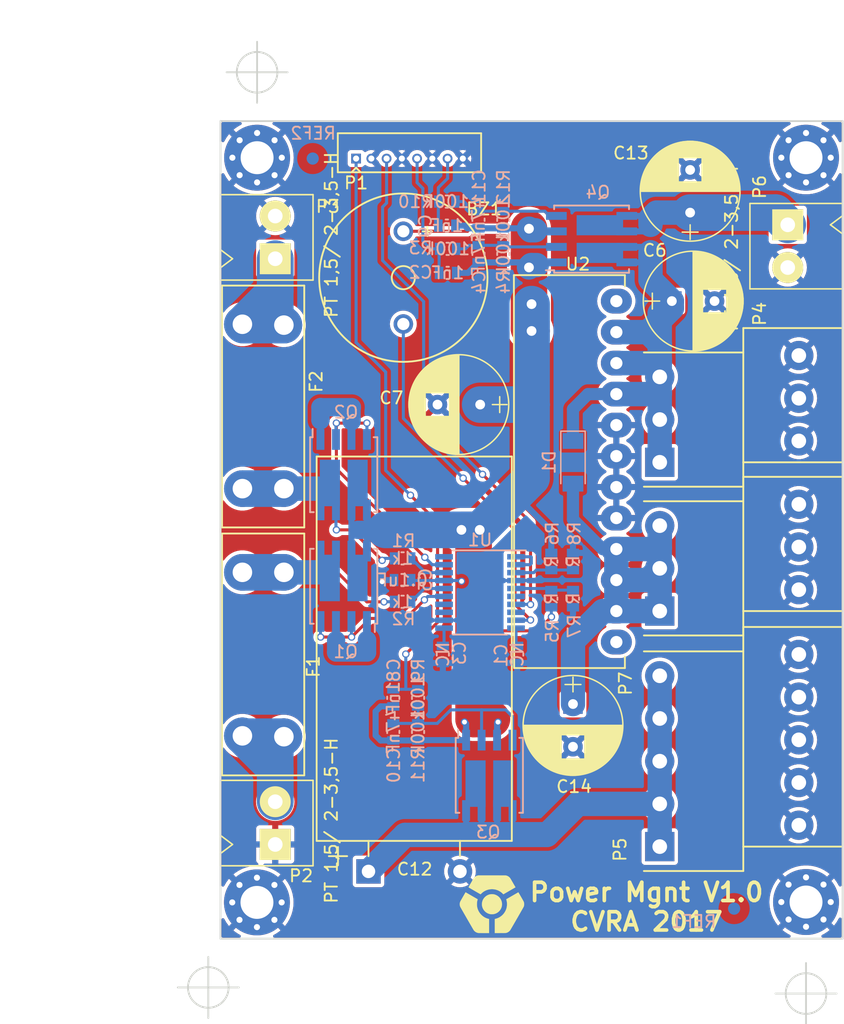
<source format=kicad_pcb>
(kicad_pcb (version 20221018) (generator pcbnew)
  (title_block (title "Robot power management") (date "2017-03-05") (rev "1.0") (company "CVRA - Club Vaudois de Robotique Autonome"))
  (layers (0 "F.Cu" signal) (31 "B.Cu" signal) (34 "B.Paste" user) (35 "F.Paste" user) (36 "B.SilkS" user "B.Silkscreen") (37 "F.SilkS" user "F.Silkscreen") (38 "B.Mask" user) (39 "F.Mask" user) (44 "Edge.Cuts" user))
  (net 0 "")
  (net 1 "VCC")
  (net 2 "Net-(BZ1-Pad2)")
  (net 3 "GND")
  (net 4 "Net-(C1-Pad1)")
  (net 5 "/~{CMD_ON}")
  (net 6 "Net-(C3-Pad1)")
  (net 7 "Net-(C4-Pad2)")
  (net 8 "VCOM")
  (net 9 "/~{PWR_ON}")
  (net 10 "/~{PC_ON}")
  (net 11 "Net-(C10-Pad2)")
  (net 12 "Net-(C11-Pad2)")
  (net 13 "Net-(C12-Pad1)")
  (net 14 "Net-(C13-Pad1)")
  (net 15 "+5V")
  (net 16 "Net-(F1-Pad1)")
  (net 17 "Net-(F1-Pad2)")
  (net 18 "Net-(F2-Pad1)")
  (net 19 "Net-(F2-Pad2)")
  (net 20 "/~{GLOBAL_ON}")
  (net 21 "Net-(Q1-Pad1)")
  (net 22 "Net-(Q1-Pad2)")
  (net 23 "Net-(Q2-Pad1)")
  (net 24 "Net-(Q2-Pad2)")
  (net 25 "Net-(R1-Pad1)")
  (net 26 "Net-(R2-Pad1)")
  (net 27 "Net-(R5-Pad2)")
  (net 28 "Net-(R6-Pad2)")
  (net 29 "Net-(U1-Pad1)")
  (net 30 "Net-(U1-Pad6)")
  (net 31 "Net-(U1-Pad8)")
  (net 32 "Net-(U1-Pad13)")
  (net 33 "Net-(U1-Pad14)")
  (net 34 "Net-(U1-Pad20)")
  (net 35 "Net-(U2-Pad1)")
  (net 36 "Net-(U2-Pad12)")
  (footprint "_div:_Buzzer_PUIAudio_AI-1433-TWT-R" (layer "F.Cu") (at 169.988 89.78 -90)
    (fp_text reference "BZ1")
    (fp_text value "Buzzer")
  )
  (footprint "Capacitors_ThroughHole:CP_Radial_D8.0mm_P3.50mm" (layer "F.Cu") (at 192 95.5)
    (fp_text reference "C6")
    (fp_text value "100uF")
  )
  (footprint "Capacitors_ThroughHole:CP_Radial_D8.0mm_P3.50mm" (layer "F.Cu") (at 176.288 103.983 180)
    (fp_text reference "C7")
    (fp_text value "100uF")
  )
  (footprint "_div:CP_Radial_L31.50D16.00P7.50_H" (layer "F.Cu") (at 167.132 142.24 90)
    (fp_text reference "C12")
    (fp_text value "3.3mF")
  )
  (footprint "Capacitors_ThroughHole:CP_Radial_D8.0mm_P3.50mm" (layer "F.Cu") (at 193.5 88.25 90)
    (fp_text reference "C13")
    (fp_text value "100uF")
  )
  (footprint "Capacitors_ThroughHole:CP_Radial_D8.0mm_P3.50mm" (layer "F.Cu") (at 183.896 128.524 -90)
    (fp_text reference "C14")
    (fp_text value "100uF")
  )
  (footprint "_div:FuseHolder-Keystone-3557-2" (layer "F.Cu") (at 158.496 124.46 -90)
    (fp_text reference "F1")
    (fp_text value "20A")
  )
  (footprint "_div:FuseHolder-Keystone-3557-2" (layer "F.Cu") (at 158.496 104.14 90)
    (fp_text reference "F2")
    (fp_text value "20A")
  )
  (footprint "_connectors:Molex-PicoBlade-8" (layer "F.Cu") (at 166.116 83.82)
    (fp_text reference "P1")
    (fp_text value "Picoblade" hide)
  )
  (footprint "cvra:Bornier_2p_3.5H" (layer "F.Cu") (at 159.488 138.28 90)
    (fp_text reference "P2")
    (fp_text value "PT 1,5/ 2-3,5-H")
  )
  (footprint "cvra:Bornier_2p_3.5H" (layer "F.Cu") (at 159.488 90.28 90)
    (fp_text reference "P3")
    (fp_text value "PT 1,5/ 2-3,5-H")
  )
  (footprint "_connectors:_Pheonix_MKKDS-1-3-3.5mm" (layer "F.Cu") (at 191.008 108.712 90)
    (fp_text reference "P4")
    (fp_text value "MKKDS 1/ 3-3,5")
  )
  (footprint "_connectors:_Pheonix_MKKDS-1-5-3.5mm" (layer "F.Cu") (at 191.008 140.208 90)
    (fp_text reference "P5")
    (fp_text value "MKKDS 1/ 5-3,5")
  )
  (footprint "cvra:Bornier_2p_3.5H" (layer "F.Cu") (at 201.5 91 -90)
    (fp_text reference "P6")
    (fp_text value "PT 1,5/ 2-3,5-H")
  )
  (footprint "_connectors:_Pheonix_MKKDS-1-3-3.5mm" (layer "F.Cu") (at 191.008 120.904 90)
    (fp_text reference "P7")
    (fp_text value "MKKDS 1/ 3-3,5")
  )
  (footprint "_div:DCDC-Conv_Recom_R-5xxxPA" (layer "F.Cu") (at 187.452 95.504 -90)
    (fp_text reference "U2")
    (fp_text value "R-555.0PA")
  )
  (footprint "Mounting_Holes:MountingHole_2.7mm_M2.5_Pad_Via" (layer "F.Cu") (at 203 83.75)
    (fp_text reference "MEC1" hide)
    (fp_text value "D2.7")
  )
  (footprint "Mounting_Holes:MountingHole_2.7mm_M2.5_Pad_Via" (layer "F.Cu") (at 157.988 144.78)
    (fp_text reference "MEC2" hide)
    (fp_text value "D2.7")
  )
  (footprint "Mounting_Holes:MountingHole_2.7mm_M2.5_Pad_Via" (layer "F.Cu") (at 203 144.75)
    (fp_text reference "MEC3" hide)
    (fp_text value "D2.7")
  )
  (footprint "Mounting_Holes:MountingHole_2.7mm_M2.5_Pad_Via" (layer "F.Cu") (at 158 83.75)
    (fp_text reference "MEC4" hide)
    (fp_text value "D2.7")
  )
  (footprint "Fiducials:Fiducial_1mm_Dia_2.54mm_Outer_CopperBottom" (layer "F.Cu") (at 197.104 145.288)
    (fp_text reference "REF1")
    (fp_text value "REF")
  )
  (footprint "Fiducials:Fiducial_1mm_Dia_2.54mm_Outer_CopperBottom" (layer "F.Cu") (at 162.56 83.82)
    (fp_text reference "REF2")
    (fp_text value "REF")
  )
  (footprint "_logo:CVRA-logo" (layer "F.Cu") (at 177.2532 144.9278)
    (fp_text reference "G***" hide)
    (fp_text value "LOGO" hide)
  )
  (footprint "_std:_0603" (layer "B.Cu") (at 179.324 124.46 -90)
    (fp_text reference "C1")
    (fp_text value "NC")
  )
  (footprint "_std:_0603" (layer "B.Cu") (at 173.621 93.188 180)
    (fp_text reference "C2")
    (fp_text value "1nF")
  )
  (footprint "_std:_0603" (layer "B.Cu") (at 173.228 124.46 -90)
    (fp_text reference "C3")
    (fp_text value "NC")
  )
  (footprint "_std:_0603" (layer "B.Cu") (at 176.149 91.6305 90)
    (fp_text reference "C4")
    (fp_text value "47nF")
  )
  (footprint "_std:_0603" (layer "B.Cu") (at 169.926 118.364 180)
    (fp_text reference "C5")
    (fp_text value "0.1uF")
  )
  (footprint "_std:_0603" (layer "B.Cu") (at 169.164 128.016 90)
    (fp_text reference "C8")
    (fp_text value "1nF")
  )
  (footprint "_std:_0603" (layer "B.Cu") (at 173.5575 89.3145 180)
    (fp_text reference "C9")
    (fp_text value "1nF")
  )
  (footprint "_std:_0603" (layer "B.Cu") (at 169.164 130.81 90)
    (fp_text reference "C10")
    (fp_text value "47nF")
  )
  (footprint "_std:_0603" (layer "B.Cu") (at 176.149 88.8365 90)
    (fp_text reference "C11")
    (fp_text value "47nF")
  )
  (footprint "Diodes_SMD:D_MiniMELF_Standard" (layer "B.Cu") (at 183.896 108.712 -90)
    (fp_text reference "D1")
    (fp_text value "LL103C-GS08")
  )
  (footprint "_std:_0603" (layer "B.Cu") (at 169.926 116.586 180)
    (fp_text reference "R1")
    (fp_text value "1k")
  )
  (footprint "_std:_0603" (layer "B.Cu") (at 169.926 120.142 180)
    (fp_text reference "R2")
    (fp_text value "1k")
  )
  (footprint "_std:_0603" (layer "B.Cu") (at 173.621 91.2195 180)
    (fp_text reference "R3")
    (fp_text value "100k")
  )
  (footprint "_std:_0603" (layer "B.Cu") (at 178.181 91.6305 90)
    (fp_text reference "R4")
    (fp_text value "100k")
  )
  (footprint "_std:_0603" (layer "B.Cu") (at 182.118 119.888 90)
    (fp_text reference "R5")
    (fp_text value "R")
  )
  (footprint "_std:_0603" (layer "B.Cu") (at 182.118 116.84 -90)
    (fp_text reference "R6")
    (fp_text value "R")
  )
  (footprint "_std:_0603" (layer "B.Cu") (at 183.896 119.888 90)
    (fp_text reference "R7")
    (fp_text value "R")
  )
  (footprint "_std:_0603" (layer "B.Cu") (at 183.896 116.84 -90)
    (fp_text reference "R8")
    (fp_text value "R")
  )
  (footprint "_std:_0603" (layer "B.Cu") (at 171.196 128.016 90)
    (fp_text reference "R9")
    (fp_text value "100k")
  )
  (footprint "_std:_0603" (layer "B.Cu") (at 173.5575 87.346 180)
    (fp_text reference "R10")
    (fp_text value "100k")
  )
  (footprint "_std:_0603" (layer "B.Cu") (at 171.196 130.81 90)
    (fp_text reference "R11")
    (fp_text value "100k")
  )
  (footprint "_std:_0603" (layer "B.Cu") (at 178.181 88.8365 90)
    (fp_text reference "R12")
    (fp_text value "100k")
  )
  (footprint "Housings_SSOP:TSSOP-20_4.4x6.5mm_Pitch0.65mm" (layer "B.Cu") (at 176.276 119.38 180)
    (fp_text reference "U1")
    (fp_text value "LTC2952_TSSOP20")
  )
  (footprint "_std:PowerPak-SO8_5.15x6.15mm_Pitch1.27mm" (layer "B.Cu") (at 165.1 118.872 90)
    (fp_text reference "Q1")
    (fp_text value "Si7997DP")
  )
  (footprint "_std:PowerPak-SO8_5.15x6.15mm_Pitch1.27mm" (layer "B.Cu") (at 165.1 109.728 -90)
    (fp_text reference "Q2")
    (fp_text value "Si7997DP")
  )
  (footprint "_std:PowerPak-SO8_5.15x6.15mm_Pitch1.27mm" (layer "B.Cu") (at 177.038 134.366 -90)
    (fp_text reference "Q3")
    (fp_text value "Si7997DP")
  )
  (footprint "_std:PowerPak-SO8_5.15x6.15mm_Pitch1.27mm" (layer "B.Cu") (at 185.42 90.424)
    (fp_text reference "Q4")
    (fp_text value "Si7997DP")
  )
  (gr_line (start 155 80.75) (end 155 147.75) (stroke (width 0.15)) (layer "Edge.Cuts"))
  (gr_line (start 155 147.75) (end 206 147.75) (stroke (width 0.15)) (layer "Edge.Cuts"))
  (gr_line (start 206 80.75) (end 155 80.75) (stroke (width 0.15)) (layer "Edge.Cuts"))
  (gr_line (start 206 147.75) (end 206 80.75) (stroke (width 0.15)) (layer "Edge.Cuts"))
  (gr_text "Power Mgnt V1.0\nCVRA 2017" (at 189.9278 145.1564) (layer "F.SilkS") (effects (font (size 1.5 1.5) (thickness 0.3))))
  (target plus (at 203 152.25) (size 5) (width 0.15) (layer "Edge.Cuts"))
  (target plus (at 158 76.75) (size 5) (width 0.15) (layer "Edge.Cuts"))
  (target plus (at 154 151.75) (size 5) (width 0.15) (layer "Edge.Cuts"))
  (segment (start 176.25 114.25) (end 175.75 114.75) (width 3) (layer "F.Cu") (net 1))
  (segment (start 175.75 114.75) (end 175.75 118.461) (width 3) (layer "F.Cu") (net 1))
  (segment (start 175.75 129.75) (end 177.25 129.75) (width 3) (layer "F.Cu") (net 1))
  (segment (start 175 130) (end 175.25 129.75) (width 0.5) (layer "F.Cu") (net 1))
  (segment (start 175.25 129.75) (end 175.75 129.75) (width 0.5) (layer "F.Cu") (net 1))
  (segment (start 177.75 130) (end 177.5 129.75) (width 0.5) (layer "F.Cu") (net 1))
  (segment (start 177.5 129.75) (end 177.25 129.75) (width 0.5) (layer "F.Cu") (net 1))
  (segment (start 174.764 118.461) (end 175.75 118.461) (width 0.25) (layer "F.Cu") (net 1))
  (segment (start 175.75 118.461) (end 175.75 122.525) (width 3) (layer "F.Cu") (net 1))
  (segment (start 180.2885 97.739) (end 180.5 97.9505) (width 3) (layer "F.Cu") (net 1))
  (segment (start 180.2885 97.739) (end 180.2885 89.5685) (width 3) (layer "F.Cu") (net 1))
  (segment (start 180.5 95.75) (end 180.2885 95.5385) (width 1.5) (layer "F.Cu") (net 1))
  (segment (start 180.2885 95.5385) (end 180.2885 92.7435) (width 1.5) (layer "F.Cu") (net 1))
  (segment (start 182.13 121.382) (end 180.987 122.525) (width 0.25) (layer "F.Cu") (net 1))
  (segment (start 180.987 122.525) (end 175.75 122.525) (width 0.25) (layer "F.Cu") (net 1))
  (segment (start 175.75 122.525) (end 175.7165 122.525) (width 0.25) (layer "F.Cu") (net 1))
  (segment (start 175.7165 122.525) (end 175.75 122.525) (width 0.25) (layer "F.Cu") (net 1))
  (segment (start 175.75 122.525) (end 175.75 129.75) (width 3) (layer "F.Cu") (net 1))
  (segment (start 175.251 89.78) (end 175.4625 89.5685) (width 0.25) (layer "F.Cu") (net 1))
  (segment (start 175.4625 89.5685) (end 180.2885 89.5685) (width 0.25) (layer "F.Cu") (net 1))
  (segment (start 169.988 89.78) (end 175.251 89.78) (width 0.25) (layer "F.Cu") (net 1))
  (segment (start 174.75 114.25) (end 176.25 114.25) (width 3) (layer "F.Cu") (net 1))
  (via (at 180.5 97.9505) (size 1.3) (drill 0.8) (layers "F.Cu" "B.Cu") (net 1))
  (via (at 180.5 95.75) (size 1.3) (drill 0.8) (layers "F.Cu" "B.Cu") (net 1))
  (via (at 180.2885 89.5685) (size 1.3) (drill 0.8) (layers "F.Cu" "B.Cu") (net 1))
  (via (at 174.75 114.25) (size 1.3) (drill 0.8) (layers "F.Cu" "B.Cu") (net 1))
  (via (at 175 130) (size 0.6) (drill 0.4) (layers "F.Cu" "B.Cu") (net 1))
  (via (at 180.2885 92.7435) (size 1.3) (drill 0.8) (layers "F.Cu" "B.Cu") (net 1))
  (via (at 174.764 118.461) (size 0.6) (drill 0.4) (layers "F.Cu" "B.Cu") (net 1))
  (via (at 177.75 130) (size 0.6) (drill 0.4) (layers "F.Cu" "B.Cu") (net 1))
  (via (at 182.13 121.382) (size 0.6) (drill 0.4) (layers "F.Cu" "B.Cu") (net 1))
  (via (at 176.25 114.25) (size 1.3) (drill 0.8) (layers "F.Cu" "B.Cu") (net 1))
  (segment (start 176.25 114.25) (end 179.14825 111.35175) (width 3) (layer "B.Cu") (net 1))
  (segment (start 180.5 110) (end 180.5 103.983) (width 3) (layer "B.Cu") (net 1))
  (segment (start 175.133 130.133) (end 175 130) (width 0.5) (layer "B.Cu") (net 1))
  (segment (start 177.673 130.077) (end 177.75 130) (width 0.5) (layer "B.Cu") (net 1))
  (segment (start 174.75 114.25) (end 176.25 114.25) (width 3) (layer "B.Cu") (net 1))
  (segment (start 170.667 118.405) (end 170.626 118.364) (width 0.25) (layer "B.Cu") (net 1))
  (segment (start 174.708 118.405) (end 174.764 118.461) (width 0.25) (layer "B.Cu") (net 1))
  (segment (start 180.5 103.983) (end 180.352 103.983) (width 3) (layer "B.Cu") (net 1))
  (segment (start 180.352 103.983) (end 180.5 103.983) (width 3) (layer "B.Cu") (net 1))
  (segment (start 180.5 103.983) (end 180.5 97.9505) (width 3) (layer "B.Cu") (net 1))
  (segment (start 180.5 97.9505) (end 180.5 95.75) (width 3) (layer "B.Cu") (net 1))
  (segment (start 180.2885 89.5685) (end 180.4155 89.6955) (width 2) (layer "B.Cu") (net 1))
  (segment (start 180.4155 89.6955) (end 180.7965 89.6955) (width 2) (layer "B.Cu") (net 1))
  (segment (start 180.7965 89.6955) (end 180.89 89.789) (width 0.5) (layer "B.Cu") (net 1))
  (segment (start 182.535 89.789) (end 180.89 89.789) (width 0.5) (layer "B.Cu") (net 1))
  (segment (start 180.2885 92.7435) (end 180.479 92.553) (width 2) (layer "B.Cu") (net 1))
  (segment (start 180.479 92.553) (end 180.9235 92.553) (width 2) (layer "B.Cu") (net 1))
  (segment (start 180.9235 92.553) (end 181.1475 92.329) (width 0.5) (layer "B.Cu") (net 1))
  (segment (start 181.1475 92.329) (end 182.535 92.329) (width 0.5) (layer "B.Cu") (net 1))
  (segment (start 180.2565 89.5365) (end 180.2885 89.5685) (width 0.25) (layer "B.Cu") (net 1))
  (segment (start 179.8755 92.3305) (end 180.2885 92.7435) (width 0.25) (layer "B.Cu") (net 1))
  (segment (start 179.8755 92.3305) (end 180.2885 92.7435) (width 0.5) (layer "B.Cu") (net 1))
  (segment (start 175.2915 93.188) (end 176.149 92.3305) (width 0.5) (layer "B.Cu") (net 1))
  (segment (start 180.2565 89.5365) (end 180.2885 89.5685) (width 0.5) (layer "B.Cu") (net 1))
  (segment (start 175.018 89.3145) (end 175.24 89.5365) (width 0.5) (layer "B.Cu") (net 1))
  (segment (start 175.24 89.5365) (end 176.149 89.5365) (width 0.5) (layer "B.Cu") (net 1))
  (segment (start 171.196 131.51) (end 171.225 131.481) (width 0.5) (layer "B.Cu") (net 1))
  (segment (start 171.225 131.481) (end 175.133 131.481) (width 0.5) (layer "B.Cu") (net 1))
  (segment (start 168.128 131.51) (end 167.7155 131.0975) (width 0.5) (layer "B.Cu") (net 1))
  (segment (start 167.7155 131.0975) (end 167.7155 129.129) (width 0.5) (layer "B.Cu") (net 1))
  (segment (start 167.7155 129.129) (end 168.1285 128.716) (width 0.5) (layer "B.Cu") (net 1))
  (segment (start 168.1285 128.716) (end 169.164 128.716) (width 0.5) (layer "B.Cu") (net 1))
  (segment (start 182.118 114.3215) (end 179.14825 111.35175) (width 0.5) (layer "B.Cu") (net 1))
  (segment (start 179.14825 111.35175) (end 180.5 110) (width 3) (layer "B.Cu") (net 1))
  (segment (start 182.118 121.37) (end 182.13 121.382) (width 0.25) (layer "B.Cu") (net 1))
  (segment (start 167.005 112.613) (end 167.005 115.987) (width 0.5) (layer "B.Cu") (net 1))
  (segment (start 176.149 89.5365) (end 178.181 89.5365) (width 0.5) (layer "B.Cu") (net 1))
  (segment (start 174.2575 89.3145) (end 175.018 89.3145) (width 0.5) (layer "B.Cu") (net 1))
  (segment (start 169.164 131.51) (end 168.128 131.51) (width 0.5) (layer "B.Cu") (net 1))
  (segment (start 182.118 120.588) (end 182.118 121.37) (width 0.25) (layer "B.Cu") (net 1))
  (segment (start 173.326 118.405) (end 170.667 118.405) (width 0.25) (layer "B.Cu") (net 1))
  (segment (start 182.118 116.14) (end 182.118 114.3215) (width 0.5) (layer "B.Cu") (net 1))
  (segment (start 176.288 103.983) (end 180.5 103.983) (width 3) (layer "B.Cu") (net 1))
  (segment (start 178.181 92.3305) (end 179.8755 92.3305) (width 0.5) (layer "B.Cu") (net 1))
  (segment (start 177.673 130.077) (end 177.673 131.481) (width 0.5) (layer "B.Cu") (net 1))
  (segment (start 173.326 118.405) (end 174.708 118.405) (width 0.25) (layer "B.Cu") (net 1))
  (segment (start 165.735 112.613) (end 165.735 115.987) (width 0.5) (layer "B.Cu") (net 1))
  (segment (start 169.164 131.51) (end 171.196 131.51) (width 0.5) (layer "B.Cu") (net 1))
  (segment (start 178.181 89.5365) (end 180.2565 89.5365) (width 0.5) (layer "B.Cu") (net 1))
  (segment (start 176.149 92.3305) (end 178.181 92.3305) (width 0.5) (layer "B.Cu") (net 1))
  (segment (start 166.25 114.25) (end 168.5 114.25) (width 1.5) (layer "B.Cu") (net 1))
  (segment (start 174.321 93.188) (end 175.2915 93.188) (width 0.5) (layer "B.Cu") (net 1))
  (segment (start 168.5 114.25) (end 174.75 114.25) (width 3) (layer "B.Cu") (net 1))
  (segment (start 175.133 131.481) (end 175.133 130.133) (width 0.5) (layer "B.Cu") (net 1))
  (segment (start 180.4155 121.636) (end 179.1455 120.366) (width 0.25) (layer "F.Cu") (net 2))
  (segment (start 179.1455 120.366) (end 179.1455 114.27) (width 0.25) (layer "F.Cu") (net 2))
  (segment (start 179.1455 114.27) (end 174.891 110.0155) (width 0.25) (layer "F.Cu") (net 2))
  (via (at 174.891 110.0155) (size 0.6) (drill 0.4) (layers "F.Cu" "B.Cu") (net 2))
  (via (at 180.4155 121.636) (size 0.6) (drill 0.4) (layers "F.Cu" "B.Cu") (net 2))
  (segment (start 180.3965 121.655) (end 180.4155 121.636) (width 0.25) (layer "B.Cu") (net 2))
  (segment (start 174.891 110.0155) (end 169.988 105.1125) (width 0.25) (layer "B.Cu") (net 2))
  (segment (start 169.988 105.1125) (end 169.988 97.38) (width 0.25) (layer "B.Cu") (net 2))
  (segment (start 179.226 121.655) (end 180.3965 121.655) (width 0.25) (layer "B.Cu") (net 2))
  (via (at 168.25 118.5) (size 0.6) (drill 0.4) (layers "F.Cu" "B.Cu") (net 3))
  (segment (start 168.386 118.364) (end 168.25 118.5) (width 0.25) (layer "B.Cu") (net 3))
  (segment (start 172.1541 121.655) (end 172.1604 121.6487) (width 0.25) (layer "B.Cu") (net 3))
  (segment (start 172.1604 121.6487) (end 172.1605 121.6487) (width 0.25) (layer "B.Cu") (net 3))
  (segment (start 180.5096 118.405) (end 180.5171 118.3975) (width 0.25) (layer "B.Cu") (net 3))
  (segment (start 179.226 118.405) (end 180.5096 118.405) (width 0.25) (layer "B.Cu") (net 3))
  (segment (start 169.226 118.364) (end 168.386 118.364) (width 0.25) (layer "B.Cu") (net 3))
  (segment (start 173.326 121.655) (end 172.1541 121.655) (width 0.25) (layer "B.Cu") (net 3))
  (segment (start 179.226 123.662) (end 179.324 123.76) (width 0.25) (layer "B.Cu") (net 4))
  (segment (start 179.226 122.305) (end 179.226 123.662) (width 0.25) (layer "B.Cu") (net 4))
  (segment (start 172.224 91.2195) (end 171.589 90.5845) (width 0.25) (layer "B.Cu") (net 5))
  (segment (start 171.589 90.5845) (end 171.589 86.2665) (width 0.25) (layer "B.Cu") (net 5))
  (segment (start 171.589 86.2665) (end 171.116 85.7935) (width 0.25) (layer "B.Cu") (net 5))
  (segment (start 171.116 85.7935) (end 171.116 83.82) (width 0.25) (layer "B.Cu") (net 5))
  (segment (start 172.921 93.188) (end 172.921 91.2195) (width 0.25) (layer "B.Cu") (net 5))
  (segment (start 172.921 91.2195) (end 172.224 91.2195) (width 0.25) (layer "B.Cu") (net 5))
  (segment (start 173.326 123.662) (end 173.228 123.76) (width 0.25) (layer "B.Cu") (net 6))
  (segment (start 173.326 122.305) (end 173.326 123.662) (width 0.25) (layer "B.Cu") (net 6))
  (segment (start 178.3095 91.059) (end 178.181 90.9305) (width 0.25) (layer "B.Cu") (net 7))
  (segment (start 175.3705 90.9305) (end 175.0815 91.2195) (width 0.25) (layer "B.Cu") (net 7))
  (segment (start 175.0815 91.2195) (end 174.321 91.2195) (width 0.25) (layer "B.Cu") (net 7))
  (segment (start 176.149 90.9305) (end 175.3705 90.9305) (width 0.25) (layer "B.Cu") (net 7))
  (segment (start 178.181 90.9305) (end 176.149 90.9305) (width 0.25) (layer "B.Cu") (net 7))
  (segment (start 182.535 91.059) (end 178.3095 91.059) (width 0.25) (layer "B.Cu") (net 7))
  (segment (start 190.044 98.044) (end 191.008 99.008) (width 2) (layer "B.Cu") (net 8))
  (segment (start 191.008 99.008) (end 191.008 100.25) (width 2) (layer "B.Cu") (net 8))
  (segment (start 191.008 103.124) (end 191 103.116) (width 2) (layer "B.Cu") (net 8))
  (segment (start 191 103.116) (end 191 103) (width 2) (layer "B.Cu") (net 8))
  (segment (start 191 103) (end 191.008 103) (width 2) (layer "B.Cu") (net 8))
  (segment (start 191.008 103) (end 191.008 105.212) (width 2) (layer "B.Cu") (net 8))
  (segment (start 191.008 100.584) (end 191 100.576) (width 2) (layer "B.Cu") (net 8))
  (segment (start 191 100.576) (end 191 100.25) (width 2) (layer "B.Cu") (net 8))
  (segment (start 191 100.25) (end 191.008 100.25) (width 2) (layer "B.Cu") (net 8))
  (segment (start 191.008 100.25) (end 191.008 101.712) (width 2) (layer "B.Cu") (net 8))
  (segment (start 190.25 92.75) (end 190.25 91.5) (width 2) (layer "B.Cu") (net 8))
  (segment (start 189.809 91.059) (end 190.25 91.5) (width 0.5) (layer "B.Cu") (net 8))
  (segment (start 189.829 92.329) (end 190.25 92.75) (width 0.5) (layer "B.Cu") (net 8))
  (segment (start 190.25 93.75) (end 192 95.5) (width 2) (layer "B.Cu") (net 8))
  (segment (start 192 96.088) (end 190.044 98.044) (width 2) (layer "B.Cu") (net 8))
  (segment (start 191.008 96.492) (end 192 95.5) (width 2) (layer "B.Cu") (net 8))
  (segment (start 183.896 104.354) (end 185.126 103.124) (width 1) (layer "B.Cu") (net 8))
  (segment (start 185.126 103.124) (end 187.452 103.124) (width 1) (layer "B.Cu") (net 8))
  (segment (start 188.305 91.059) (end 189.809 91.059) (width 0.5) (layer "B.Cu") (net 8))
  (segment (start 191.008 99.008) (end 191.008 96.492) (width 2) (layer "B.Cu") (net 8))
  (segment (start 188.305 92.329) (end 189.829 92.329) (width 0.5) (layer "B.Cu") (net 8))
  (segment (start 191.008 105.212) (end 191.008 108.712) (width 2) (layer "B.Cu") (net 8))
  (segment (start 192 95.5) (end 192 96.088) (width 2) (layer "B.Cu") (net 8))
  (segment (start 183.896 106.962) (end 183.896 104.354) (width 1) (layer "B.Cu") (net 8))
  (segment (start 190.25 92.75) (end 190.25 93.75) (width 2) (layer "B.Cu") (net 8))
  (segment (start 187.452 103.124) (end 191.008 103.124) (width 2) (layer "B.Cu") (net 8))
  (segment (start 187.452 98.044) (end 190.044 98.044) (width 2) (layer "B.Cu") (net 8))
  (segment (start 187.452 100.584) (end 191.008 100.584) (width 2) (layer "B.Cu") (net 8))
  (segment (start 191.008 101.712) (end 191.008 103) (width 2) (layer "B.Cu") (net 8))
  (segment (start 170.573 111.4125) (end 172.7955 113.635) (width 0.25) (layer "F.Cu") (net 9))
  (segment (start 172.7955 113.635) (end 172.7955 121.8265) (width 0.25) (layer "F.Cu") (net 9))
  (segment (start 172.7955 121.8265) (end 170.192 124.43) (width 0.25) (layer "F.Cu") (net 9))
  (via (at 170.192 124.43) (size 0.6) (drill 0.4) (layers "F.Cu" "B.Cu") (net 9))
  (via (at 170.573 111.4125) (size 0.6) (drill 0.4) (layers "F.Cu" "B.Cu") (net 9))
  (segment (start 166.116 98.891) (end 168.541 101.316) (width 0.25) (layer "B.Cu") (net 9))
  (segment (start 168.541 101.316) (end 168.541 109.3805) (width 0.25) (layer "B.Cu") (net 9))
  (segment (start 168.541 109.3805) (end 170.573 111.4125) (width 0.25) (layer "B.Cu") (net 9))
  (segment (start 170.192 124.43) (end 170.192 127.316) (width 0.25) (layer "B.Cu") (net 9))
  (segment (start 170.192 127.316) (end 170.192 127.2875) (width 0.25) (layer "B.Cu") (net 9))
  (segment (start 170.192 127.2875) (end 170.192 127.316) (width 0.25) (layer "B.Cu") (net 9))
  (segment (start 170.192 127.316) (end 171.196 127.316) (width 0.25) (layer "B.Cu") (net 9))
  (segment (start 169.164 127.316) (end 170.192 127.316) (width 0.25) (layer "B.Cu") (net 9))
  (segment (start 166.116 83.82) (end 166.116 98.891) (width 0.25) (layer "B.Cu") (net 9))
  (segment (start 172.8575 86.2045) (end 173.616 85.446) (width 0.25) (layer "B.Cu") (net 10))
  (segment (start 173.616 85.446) (end 173.616 83.82) (width 0.25) (layer "B.Cu") (net 10))
  (segment (start 172.8575 87.346) (end 172.8575 86.2045) (width 0.25) (layer "B.Cu") (net 10))
  (segment (start 172.8575 89.3145) (end 172.8575 87.346) (width 0.25) (layer "B.Cu") (net 10))
  (segment (start 171.196 130.11) (end 169.164 130.11) (width 0.25) (layer "B.Cu") (net 11))
  (segment (start 172.767 130.11) (end 173.875 129.002) (width 0.25) (layer "B.Cu") (net 11))
  (segment (start 173.875 129.002) (end 176.415 129.002) (width 0.25) (layer "B.Cu") (net 11))
  (segment (start 178.3835 129.002) (end 178.943 129.5615) (width 0.25) (layer "B.Cu") (net 11))
  (segment (start 178.943 129.5615) (end 178.943 131.481) (width 0.25) (layer "B.Cu") (net 11))
  (segment (start 176.403 129.002) (end 176.415 129.002) (width 0.25) (layer "B.Cu") (net 11))
  (segment (start 176.415 129.002) (end 178.3835 129.002) (width 0.25) (layer "B.Cu") (net 11))
  (segment (start 171.196 130.11) (end 172.767 130.11) (width 0.25) (layer "B.Cu") (net 11))
  (segment (start 176.403 131.481) (end 176.403 129.002) (width 0.25) (layer "B.Cu") (net 11))
  (segment (start 171.196 128.716) (end 171.196 130.11) (width 0.25) (layer "B.Cu") (net 11))
  (segment (start 181.9695 88.519) (end 181.587 88.1365) (width 0.25) (layer "B.Cu") (net 12))
  (segment (start 181.587 88.1365) (end 178.181 88.1365) (width 0.25) (layer "B.Cu") (net 12))
  (segment (start 175.3005 88.1365) (end 175.145 87.981) (width 0.25) (layer "B.Cu") (net 12))
  (segment (start 175.145 87.981) (end 175.145 87.5365) (width 0.25) (layer "B.Cu") (net 12))
  (segment (start 175.145 87.5365) (end 174.9545 87.346) (width 0.25) (layer "B.Cu") (net 12))
  (segment (start 174.9545 87.346) (end 174.2575 87.346) (width 0.25) (layer "B.Cu") (net 12))
  (segment (start 182.535 88.519) (end 181.9695 88.519) (width 0.25) (layer "B.Cu") (net 12))
  (segment (start 176.149 88.1365) (end 175.3005 88.1365) (width 0.25) (layer "B.Cu") (net 12))
  (segment (start 178.181 88.1365) (end 176.149 88.1365) (width 0.25) (layer "B.Cu") (net 12))
  (segment (start 175.133 139.133) (end 175.25 139.25) (width 0.5) (layer "B.Cu") (net 13))
  (segment (start 175.25 139.25) (end 176.5 139.25) (width 0.5) (layer "B.Cu") (net 13))
  (segment (start 176.5 139.25) (end 176.403 139.153) (width 0.5) (layer "B.Cu") (net 13))
  (segment (start 176.403 139.153) (end 176.403 137.251) (width 0.5) (layer "B.Cu") (net 13))
  (segment (start 177.673 139.173) (end 177.596 139.25) (width 0.5) (layer "B.Cu") (net 13))
  (segment (start 177.596 139.25) (end 177.25 139.25) (width 0.5) (layer "B.Cu") (net 13))
  (segment (start 178.943 139.193) (end 178.886 139.25) (width 0.5) (layer "B.Cu") (net 13))
  (segment (start 178.886 139.25) (end 177.25 139.25) (width 0.5) (layer "B.Cu") (net 13))
  (segment (start 177.25 139.25) (end 176.5 139.25) (width 0.5) (layer "B.Cu") (net 13))
  (segment (start 184.292 136.708) (end 181.807 139.193) (width 2) (layer "B.Cu") (net 13))
  (segment (start 181.807 139.193) (end 175.307 139.193) (width 2) (layer "B.Cu") (net 13))
  (segment (start 175.307 139.193) (end 175.25 139.25) (width 2) (layer "B.Cu") (net 13))
  (segment (start 170.122 139.25) (end 167.132 142.24) (width 2) (layer "B.Cu") (net 13))
  (segment (start 174.5 139.25) (end 170.122 139.25) (width 2) (layer "B.Cu") (net 13))
  (segment (start 181.75 139.25) (end 181.807 139.193) (width 2) (layer "B.Cu") (net 13))
  (segment (start 177.673 137.251) (end 177.673 139.173) (width 0.5) (layer "B.Cu") (net 13))
  (segment (start 175.133 137.251) (end 175.133 139.133) (width 0.5) (layer "B.Cu") (net 13))
  (segment (start 191.008 126.208) (end 191.008 129.708) (width 2) (layer "B.Cu") (net 13))
  (segment (start 191.008 136.708) (end 191.008 140.208) (width 2) (layer "B.Cu") (net 13))
  (segment (start 178.943 137.251) (end 178.943 139.193) (width 0.5) (layer "B.Cu") (net 13))
  (segment (start 175.25 139.25) (end 174.5 139.25) (width 2) (layer "B.Cu") (net 13))
  (segment (start 191.008 133.208) (end 191.008 136.708) (width 2) (layer "B.Cu") (net 13))
  (segment (start 191.008 136.708) (end 184.292 136.708) (width 2) (layer "B.Cu") (net 13))
  (segment (start 191.008 129.708) (end 191.008 133.208) (width 2) (layer "B.Cu") (net 13))
  (segment (start 174.5 139.25) (end 181.75 139.25) (width 2) (layer "B.Cu") (net 13))
  (segment (start 190.25 88.75) (end 190.75 88.25) (width 2) (layer "B.Cu") (net 14))
  (segment (start 190.25 88.75) (end 190.25 89.25) (width 2) (layer "B.Cu") (net 14))
  (segment (start 190.019 88.519) (end 190.288 88.25) (width 0.5) (layer "B.Cu") (net 14))
  (segment (start 190.288 88.25) (end 190.75 88.25) (width 0.5) (layer "B.Cu") (net 14))
  (segment (start 189.711 89.789) (end 190.25 89.25) (width 0.5) (layer "B.Cu") (net 14))
  (segment (start 200.50006 88.25) (end 201.5 89.24994) (width 3) (layer "B.Cu") (net 14))
  (segment (start 188.305 89.789) (end 189.711 89.789) (width 0.5) (layer "B.Cu") (net 14))
  (segment (start 193.5 88.25) (end 190.75 88.25) (width 2) (layer "B.Cu") (net 14))
  (segment (start 193.5 88.25) (end 200.50006 88.25) (width 3) (layer "B.Cu") (net 14))
  (segment (start 188.305 88.519) (end 190.019 88.519) (width 0.5) (layer "B.Cu") (net 14))
  (segment (start 191.008 115.742) (end 191 115.75) (width 2) (layer "B.Cu") (net 15))
  (segment (start 190.926 115.824) (end 191.008 115.742) (width 2) (layer "B.Cu") (net 15))
  (segment (start 183.896 123.354) (end 186.346 120.904) (width 2) (layer "B.Cu") (net 15))
  (segment (start 186.346 120.904) (end 187.452 120.904) (width 2) (layer "B.Cu") (net 15))
  (segment (start 190.048 118.364) (end 191.008 117.404) (width 2) (layer "B.Cu") (net 15))
  (segment (start 186.324 115.824) (end 183.896 113.396) (width 1) (layer "B.Cu") (net 15))
  (segment (start 183.896 113.396) (end 183.896 110.462) (width 1) (layer "B.Cu") (net 15))
  (segment (start 191.008 117.404) (end 191.008 113.904) (width 2) (layer "B.Cu") (net 15))
  (segment (start 187.452 115.824) (end 190.926 115.824) (width 2) (layer "B.Cu") (net 15))
  (segment (start 191.008 113.904) (end 191.008 115.742) (width 2) (layer "B.Cu") (net 15))
  (segment (start 191.008 117.404) (end 191.008 120.904) (width 2) (layer "B.Cu") (net 15))
  (segment (start 187.452 115.824) (end 186.324 115.824) (width 1) (layer "B.Cu") (net 15))
  (segment (start 187.452 118.364) (end 190.048 118.364) (width 2) (layer "B.Cu") (net 15))
  (segment (start 187.452 120.904) (end 187.452 118.364) (width 2) (layer "B.Cu") (net 15))
  (segment (start 191.008 120.904) (end 187.452 120.904) (width 2) (layer "B.Cu") (net 15))
  (segment (start 187.452 118.364) (end 187.452 115.824) (width 2) (layer "B.Cu") (net 15))
  (segment (start 183.896 128.524) (end 183.896 123.354) (width 2) (layer "B.Cu") (net 15))
  (segment (start 168.4 120.15) (end 167 120.15) (width 0.25) (layer "F.Cu") (net 16))
  (segment (start 167 120.15) (end 164.58 117.73) (width 0.25) (layer "F.Cu") (net 16))
  (segment (start 164.58 117.73) (end 160.196 117.73) (width 0.25) (layer "F.Cu") (net 16))
  (via (at 168.4 120.15) (size 0.6) (drill 0.4) (layers "F.Cu" "B.Cu") (net 16))
  (segment (start 163.498 117.73) (end 163.96 118.192) (width 1.5) (layer "B.Cu") (net 16))
  (segment (start 163.195 117.427) (end 163.96 118.192) (width 0.5) (layer "B.Cu") (net 16))
  (segment (start 164.465 117.687) (end 163.96 118.192) (width 0.5) (layer "B.Cu") (net 16))
  (segment (start 163 117.73) (end 163.498 117.73) (width 1.5) (layer "B.Cu") (net 16))
  (segment (start 168.408 120.142) (end 168.4 120.15) (width 0.25) (layer "B.Cu") (net 16))
  (segment (start 156.796 117.73) (end 160.196 117.73) (width 3) (layer "B.Cu") (net 16))
  (segment (start 163 117.73) (end 160.196 117.73) (width 2) (layer "B.Cu") (net 16))
  (segment (start 169.226 120.142) (end 168.408 120.142) (width 0.25) (layer "B.Cu") (net 16))
  (segment (start 163.195 115.987) (end 163.195 117.427) (width 0.5) (layer "B.Cu") (net 16))
  (segment (start 164.465 115.987) (end 164.465 117.687) (width 0.5) (layer "B.Cu") (net 16))
  (segment (start 159.488 131.908) (end 160.196 131.2) (width 3) (layer "B.Cu") (net 17))
  (segment (start 156.866 131.2) (end 156.796 131.13) (width 3) (layer "B.Cu") (net 17))
  (segment (start 159.488 133.822) (end 156.796 131.13) (width 3) (layer "B.Cu") (net 17))
  (segment (start 159.488 136.52994) (end 159.488 133.822) (width 3) (layer "B.Cu") (net 17))
  (segment (start 160.196 131.2) (end 156.866 131.2) (width 3) (layer "B.Cu") (net 17))
  (segment (start 159.488 136.52994) (end 159.488 131.908) (width 3) (layer "B.Cu") (net 17))
  (segment (start 168.25 116.75) (end 165.75 114.25) (width 0.25) (layer "F.Cu") (net 18))
  (segment (start 165.75 114.25) (end 164.5 114.25) (width 0.25) (layer "F.Cu") (net 18))
  (via (at 168.25 116.75) (size 0.6) (drill 0.4) (layers "F.Cu" "B.Cu") (net 18))
  (via (at 164.5 114.25) (size 0.6) (drill 0.4) (layers "F.Cu" "B.Cu") (net 18))
  (segment (start 160.196 110.87) (end 160.658 110.408) (width 0.25) (layer "B.Cu") (net 18))
  (segment (start 160.658 110.408) (end 163.97 110.408) (width 0.25) (layer "B.Cu") (net 18))
  (segment (start 163.97 110.408) (end 164.465 110.903) (width 0.25) (layer "B.Cu") (net 18))
  (segment (start 164.465 110.903) (end 164.465 112.613) (width 0.25) (layer "B.Cu") (net 18))
  (segment (start 163.195 111.183) (end 163.97 110.408) (width 0.25) (layer "B.Cu") (net 18))
  (segment (start 163.508 110.87) (end 163.97 110.408) (width 1.5) (layer "B.Cu") (net 18))
  (segment (start 163 110.87) (end 163.508 110.87) (width 1.5) (layer "B.Cu") (net 18))
  (segment (start 168.414 116.586) (end 168.25 116.75) (width 0.25) (layer "B.Cu") (net 18))
  (segment (start 164.5 114.25) (end 164.465 114.215) (width 0.25) (layer "B.Cu") (net 18))
  (segment (start 164.465 114.215) (end 164.465 112.613) (width 0.25) (layer "B.Cu") (net 18))
  (segment (start 163.195 112.613) (end 163.195 111.183) (width 0.25) (layer "B.Cu") (net 18))
  (segment (start 169.226 116.586) (end 168.414 116.586) (width 0.25) (layer "B.Cu") (net 18))
  (segment (start 156.796 110.87) (end 160.196 110.87) (width 3) (layer "B.Cu") (net 18))
  (segment (start 163 110.87) (end 160.196 110.87) (width 2) (layer "B.Cu") (net 18))
  (segment (start 159.488 96.762) (end 160.196 97.47) (width 3) (layer "B.Cu") (net 19))
  (segment (start 156.866 97.47) (end 156.796 97.4) (width 3) (layer "B.Cu") (net 19))
  (segment (start 159.488 94.708) (end 156.796 97.4) (width 3) (layer "B.Cu") (net 19))
  (segment (start 159.488 92.03006) (end 159.488 96.762) (width 3) (layer "B.Cu") (net 19))
  (segment (start 159.488 92.03006) (end 159.488 94.708) (width 3) (layer "B.Cu") (net 19))
  (segment (start 160.196 97.47) (end 156.866 97.47) (width 3) (layer "B.Cu") (net 19))
  (segment (start 176.4785 109.698) (end 180.4155 113.635) (width 0.25) (layer "F.Cu") (net 20))
  (segment (start 180.4155 113.635) (end 180.4155 120.366) (width 0.25) (layer "F.Cu") (net 20))
  (via (at 180.4155 120.366) (size 0.6) (drill 0.4) (layers "F.Cu" "B.Cu") (net 20))
  (via (at 176.4785 109.698) (size 0.6) (drill 0.4) (layers "F.Cu" "B.Cu") (net 20))
  (segment (start 168.616 87.4615) (end 168.287 87.7905) (width 0.25) (layer "B.Cu") (net 20))
  (segment (start 168.287 87.7905) (end 168.287 92.172) (width 0.25) (layer "B.Cu") (net 20))
  (segment (start 168.287 92.172) (end 171.6525 95.5375) (width 0.25) (layer "B.Cu") (net 20))
  (segment (start 171.6525 95.5375) (end 171.6525 101.3795) (width 0.25) (layer "B.Cu") (net 20))
  (segment (start 171.6525 101.3795) (end 171.081 101.951) (width 0.25) (layer "B.Cu") (net 20))
  (segment (start 171.081 101.951) (end 171.081 104.3005) (width 0.25) (layer "B.Cu") (net 20))
  (segment (start 171.081 104.3005) (end 176.4785 109.698) (width 0.25) (layer "B.Cu") (net 20))
  (segment (start 180.4155 120.366) (end 180.4045 120.355) (width 0.25) (layer "B.Cu") (net 20))
  (segment (start 180.4045 120.355) (end 179.226 120.355) (width 0.25) (layer "B.Cu") (net 20))
  (segment (start 168.616 83.82) (end 168.616 87.4615) (width 0.25) (layer "B.Cu") (net 20))
  (segment (start 167.005 123.275) (end 167.017 123.287) (width 1.5) (layer "B.Cu") (net 21))
  (segment (start 167.017 123.287) (end 167.017 124.303) (width 1.5) (layer "B.Cu") (net 21))
  (segment (start 167.017 124.303) (end 164.477 124.303) (width 1.5) (layer "B.Cu") (net 21))
  (segment (start 164.477 124.303) (end 164.477 123.287) (width 1.5) (layer "B.Cu") (net 21))
  (segment (start 164.477 121.769) (end 164.465 121.757) (width 0.5) (layer "B.Cu") (net 21))
  (segment (start 164.477 121.769) (end 164.477 123.287) (width 0.5) (layer "B.Cu") (net 21))
  (segment (start 167.005 123.275) (end 167.005 121.757) (width 0.5) (layer "B.Cu") (net 21))
  (segment (start 165.747 123.033) (end 167.271 121.509) (width 0.25) (layer "F.Cu") (net 22))
  (segment (start 167.271 121.509) (end 170.192 121.509) (width 0.25) (layer "F.Cu") (net 22))
  (segment (start 170.192 121.509) (end 171.716 119.985) (width 0.25) (layer "F.Cu") (net 22))
  (segment (start 165.747 123.033) (end 163.207 123.033) (width 0.25) (layer "F.Cu") (net 22))
  (via (at 165.747 123.033) (size 0.6) (drill 0.4) (layers "F.Cu" "B.Cu") (net 22))
  (via (at 163.207 123.033) (size 0.6) (drill 0.4) (layers "F.Cu" "B.Cu") (net 22))
  (via (at 171.716 119.985) (size 0.6) (drill 0.4) (layers "F.Cu" "B.Cu") (net 22))
  (segment (start 165.735 123.021) (end 165.747 123.033) (width 0.25) (layer "B.Cu") (net 22))
  (segment (start 171.716 119.985) (end 171.996 119.705) (width 0.25) (layer "B.Cu") (net 22))
  (segment (start 171.996 119.705) (end 173.326 119.705) (width 0.25) (layer "B.Cu") (net 22))
  (segment (start 163.207 123.033) (end 163.195 123.021) (width 0.25) (layer "B.Cu") (net 22))
  (segment (start 163.195 123.021) (end 163.195 121.757) (width 0.25) (layer "B.Cu") (net 22))
  (segment (start 165.735 121.757) (end 165.735 123.021) (width 0.25) (layer "B.Cu") (net 22))
  (segment (start 163.195 105.2664) (end 163.1943 105.2671) (width 1.5) (layer "B.Cu") (net 23))
  (segment (start 163.1943 105.2671) (end 163.1943 104.1862) (width 1.5) (layer "B.Cu") (net 23))
  (segment (start 163.1943 104.1862) (end 163.207 104.1989) (width 1.5) (layer "B.Cu") (net 23))
  (segment (start 163.207 104.1989) (end 165.7724 104.1989) (width 1.5) (layer "B.Cu") (net 23))
  (segment (start 165.7724 104.1989) (end 165.747 104.2243) (width 1.5) (layer "B.Cu") (net 23))
  (segment (start 165.747 104.2243) (end 165.747 105.3546) (width 1.5) (layer "B.Cu") (net 23))
  (segment (start 165.747 105.3546) (end 165.735 105.3666) (width 0.5) (layer "B.Cu") (net 23))
  (segment (start 165.735 105.3666) (end 165.735 106.843) (width 0.5) (layer "B.Cu") (net 23))
  (segment (start 163.195 106.843) (end 163.195 105.2664) (width 0.5) (layer "B.Cu") (net 23))
  (segment (start 171.75 116.5) (end 164.5 109.25) (width 0.25) (layer "F.Cu") (net 24))
  (segment (start 164.5 109.25) (end 164.5 105.5) (width 0.25) (layer "F.Cu") (net 24))
  (segment (start 167 105.5) (end 164.5 105.5) (width 0.25) (layer "F.Cu") (net 24))
  (via (at 167 105.5) (size 0.6) (drill 0.4) (layers "F.Cu" "B.Cu") (net 24))
  (via (at 171.75 116.5) (size 0.6) (drill 0.4) (layers "F.Cu" "B.Cu") (net 24))
  (via (at 164.5 105.5) (size 0.6) (drill 0.4) (layers "F.Cu" "B.Cu") (net 24))
  (segment (start 172.355 117.105) (end 171.75 116.5) (width 0.25) (layer "B.Cu") (net 24))
  (segment (start 164.5 105.5) (end 164.465 105.535) (width 0.25) (layer "B.Cu") (net 24))
  (segment (start 164.465 105.535) (end 164.465 106.843) (width 0.25) (layer "B.Cu") (net 24))
  (segment (start 167.005 105.505) (end 167 105.5) (width 0.25) (layer "B.Cu") (net 24))
  (segment (start 173.326 117.105) (end 172.355 117.105) (width 0.25) (layer "B.Cu") (net 24))
  (segment (start 167.005 106.843) (end 167.005 105.505) (width 0.25) (layer "B.Cu") (net 24))
  (segment (start 171.795 117.755) (end 170.626 116.586) (width 0.25) (layer "B.Cu") (net 25))
  (segment (start 173.326 117.755) (end 171.795 117.755) (width 0.25) (layer "B.Cu") (net 25))
  (segment (start 171.713 119.055) (end 170.626 120.142) (width 0.25) (layer "B.Cu") (net 26))
  (segment (start 173.326 119.055) (end 171.713 119.055) (width 0.25) (layer "B.Cu") (net 26))
  (segment (start 181.985 119.055) (end 182.118 119.188) (width 0.25) (layer "B.Cu") (net 27))
  (segment (start 182.118 119.188) (end 183.896 119.188) (width 0.25) (layer "B.Cu") (net 27))
  (segment (start 179.226 119.055) (end 181.985 119.055) (width 0.25) (layer "B.Cu") (net 27))
  (segment (start 180.677 117.755) (end 180.892 117.54) (width 0.25) (layer "B.Cu") (net 28))
  (segment (start 180.892 117.54) (end 182.118 117.54) (width 0.25) (layer "B.Cu") (net 28))
  (segment (start 179.226 117.755) (end 180.677 117.755) (width 0.25) (layer "B.Cu") (net 28))
  (segment (start 182.118 117.54) (end 183.896 117.54) (width 0.25) (layer "B.Cu") (net 28))
  (segment (start 180.4415 116.455) (end 180.479 116.4925) (width 0.25) (layer "B.Cu") (net 29))
  (segment (start 180.479 116.4925) (end 180.479 117.0005) (width 0.25) (layer "B.Cu") (net 29))
  (segment (start 180.479 117.0005) (end 180.3745 117.105) (width 0.25) (layer "B.Cu") (net 29))
  (segment (start 179.226 117.105) (end 180.3745 117.105) (width 0.25) (layer "B.Cu") (net 29))
  (segment (start 179.226 116.455) (end 180.4415 116.455) (width 0.25) (layer "B.Cu") (net 29))
  (zone (net 3) (net_name "GND") (layer "F.Cu") (connect_pads (clearance 0.3)) (min_thickness 0.25) (fill yes (thermal_gap 0.3) (thermal_bridge_width 0.5))
    (polygon (pts (xy 206 147.75) (xy 155 147.75) (xy 155 80.75) (xy 206 80.75)))
  )
  (zone (net 3) (net_name "GND") (layer "B.Cu") (connect_pads (clearance 0.3)) (min_thickness 0.25) (fill yes (thermal_gap 0.3) (thermal_bridge_width 0.5))
    (polygon (pts (xy 206 147.75) (xy 155 147.75) (xy 155 80.75) (xy 206 80.75)))
  )
)
</source>
